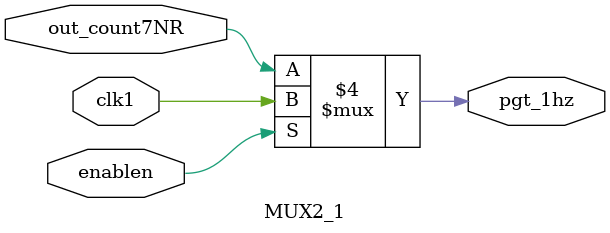
<source format=v>

module MUX2_1(
    input wire out_count7NR, clk1, enablen,
    output reg pgt_1hz
);
    always @(*) begin
        if (!enablen)
            pgt_1hz = out_count7NR;
        else
            pgt_1hz = clk1;
    end
    
endmodule
</source>
